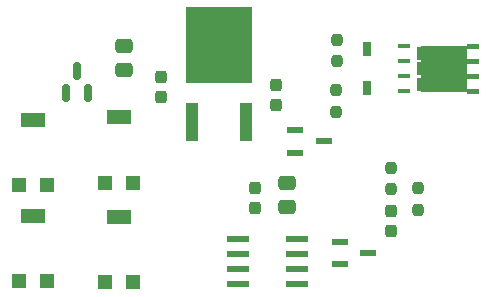
<source format=gbr>
%TF.GenerationSoftware,KiCad,Pcbnew,7.0.7*%
%TF.CreationDate,2023-11-19T15:36:35+03:00*%
%TF.ProjectId,Main_PCB_002,4d61696e-5f50-4434-925f-3030322e6b69,rev?*%
%TF.SameCoordinates,Original*%
%TF.FileFunction,Paste,Top*%
%TF.FilePolarity,Positive*%
%FSLAX46Y46*%
G04 Gerber Fmt 4.6, Leading zero omitted, Abs format (unit mm)*
G04 Created by KiCad (PCBNEW 7.0.7) date 2023-11-19 15:36:35*
%MOMM*%
%LPD*%
G01*
G04 APERTURE LIST*
G04 Aperture macros list*
%AMRoundRect*
0 Rectangle with rounded corners*
0 $1 Rounding radius*
0 $2 $3 $4 $5 $6 $7 $8 $9 X,Y pos of 4 corners*
0 Add a 4 corners polygon primitive as box body*
4,1,4,$2,$3,$4,$5,$6,$7,$8,$9,$2,$3,0*
0 Add four circle primitives for the rounded corners*
1,1,$1+$1,$2,$3*
1,1,$1+$1,$4,$5*
1,1,$1+$1,$6,$7*
1,1,$1+$1,$8,$9*
0 Add four rect primitives between the rounded corners*
20,1,$1+$1,$2,$3,$4,$5,0*
20,1,$1+$1,$4,$5,$6,$7,0*
20,1,$1+$1,$6,$7,$8,$9,0*
20,1,$1+$1,$8,$9,$2,$3,0*%
G04 Aperture macros list end*
%ADD10R,1.117600X3.302000*%
%ADD11R,5.689600X6.400800*%
%ADD12RoundRect,0.237500X0.237500X-0.300000X0.237500X0.300000X-0.237500X0.300000X-0.237500X-0.300000X0*%
%ADD13RoundRect,0.237500X-0.237500X0.250000X-0.237500X-0.250000X0.237500X-0.250000X0.237500X0.250000X0*%
%ADD14R,1.295400X1.295400*%
%ADD15R,2.006600X1.295400*%
%ADD16RoundRect,0.250000X0.475000X-0.337500X0.475000X0.337500X-0.475000X0.337500X-0.475000X-0.337500X0*%
%ADD17R,1.320800X0.558800*%
%ADD18R,1.981200X0.558800*%
%ADD19RoundRect,0.237500X-0.237500X0.300000X-0.237500X-0.300000X0.237500X-0.300000X0.237500X0.300000X0*%
%ADD20RoundRect,0.237500X0.237500X-0.287500X0.237500X0.287500X-0.237500X0.287500X-0.237500X-0.287500X0*%
%ADD21RoundRect,0.237500X0.237500X-0.250000X0.237500X0.250000X-0.237500X0.250000X-0.237500X-0.250000X0*%
%ADD22R,1.016000X0.406400*%
%ADD23R,0.762000X1.219200*%
%ADD24RoundRect,0.150000X0.150000X-0.587500X0.150000X0.587500X-0.150000X0.587500X-0.150000X-0.587500X0*%
G04 APERTURE END LIST*
%TO.C,U12*%
G36*
X163014567Y-101178267D02*
G01*
X161936100Y-101178267D01*
X161936100Y-100074400D01*
X163014567Y-100074400D01*
X163014567Y-101178267D01*
G37*
G36*
X163014567Y-102482134D02*
G01*
X161936100Y-102482134D01*
X161936100Y-101378266D01*
X163014567Y-101378266D01*
X163014567Y-102482134D01*
G37*
G36*
X163014567Y-103786000D02*
G01*
X161936100Y-103786000D01*
X161936100Y-102682133D01*
X163014567Y-102682133D01*
X163014567Y-103786000D01*
G37*
G36*
X164293034Y-101178267D02*
G01*
X163214566Y-101178267D01*
X163214566Y-100074400D01*
X164293034Y-100074400D01*
X164293034Y-101178267D01*
G37*
G36*
X164293034Y-102482134D02*
G01*
X163214566Y-102482134D01*
X163214566Y-101378266D01*
X164293034Y-101378266D01*
X164293034Y-102482134D01*
G37*
G36*
X164293034Y-103786000D02*
G01*
X163214566Y-103786000D01*
X163214566Y-102682133D01*
X164293034Y-102682133D01*
X164293034Y-103786000D01*
G37*
G36*
X165571500Y-101178267D02*
G01*
X164493033Y-101178267D01*
X164493033Y-100074400D01*
X165571500Y-100074400D01*
X165571500Y-101178267D01*
G37*
G36*
X165571500Y-102482134D02*
G01*
X164493033Y-102482134D01*
X164493033Y-101378266D01*
X165571500Y-101378266D01*
X165571500Y-102482134D01*
G37*
G36*
X165571500Y-103786000D02*
G01*
X164493033Y-103786000D01*
X164493033Y-102682133D01*
X165571500Y-102682133D01*
X165571500Y-103786000D01*
G37*
G36*
X167182800Y-100228400D02*
G01*
X166166800Y-100228400D01*
X166166800Y-101092000D01*
X167182800Y-101092000D01*
X167182800Y-101498400D01*
X166166800Y-101498400D01*
X166166800Y-102362000D01*
X167182800Y-102362000D01*
X167182800Y-102768400D01*
X166166800Y-102768400D01*
X166166800Y-103632000D01*
X167182800Y-103632000D01*
X167182800Y-104038400D01*
X166166800Y-104038400D01*
X166166800Y-103886000D01*
X162331400Y-103886000D01*
X162331400Y-99974400D01*
X166166800Y-99974400D01*
X166166800Y-99822000D01*
X167182800Y-99822000D01*
X167182800Y-100228400D01*
G37*
%TD*%
D10*
%TO.C,U8*%
X142875000Y-106438700D03*
D11*
X145161000Y-99885500D03*
D10*
X147447000Y-106438700D03*
%TD*%
D12*
%TO.C,C24*%
X148259800Y-113693200D03*
X148259800Y-111968200D03*
%TD*%
D13*
%TO.C,R24*%
X155168600Y-99442900D03*
X155168600Y-101267900D03*
%TD*%
D14*
%TO.C,R18*%
X130632200Y-111760000D03*
D15*
X129463800Y-106222800D03*
D14*
X128295400Y-111760000D03*
%TD*%
D16*
%TO.C,C23*%
X137185400Y-102027900D03*
X137185400Y-99952900D03*
%TD*%
D13*
%TO.C,R22*%
X155143200Y-103710100D03*
X155143200Y-105535100D03*
%TD*%
D17*
%TO.C,U13*%
X151663400Y-107111800D03*
X151663400Y-109016800D03*
X154051000Y-108064300D03*
%TD*%
D14*
%TO.C,R19*%
X130632200Y-119888000D03*
D15*
X129463800Y-114350800D03*
D14*
X128295400Y-119888000D03*
%TD*%
D18*
%TO.C,U7*%
X151765000Y-120142000D03*
X151765000Y-118872000D03*
X151765000Y-117602000D03*
X151765000Y-116332000D03*
X146837400Y-116332000D03*
X146837400Y-117602000D03*
X146837400Y-118872000D03*
X146837400Y-120142000D03*
%TD*%
D19*
%TO.C,C22*%
X140284200Y-102592800D03*
X140284200Y-104317800D03*
%TD*%
D16*
%TO.C,C25*%
X150926800Y-113639600D03*
X150926800Y-111564600D03*
%TD*%
D14*
%TO.C,R20*%
X137922000Y-119989600D03*
D15*
X136753600Y-114452400D03*
D14*
X135585200Y-119989600D03*
%TD*%
D20*
%TO.C,D21*%
X159791400Y-115669000D03*
X159791400Y-113919000D03*
%TD*%
D21*
%TO.C,R23*%
X159791400Y-112123200D03*
X159791400Y-110298200D03*
%TD*%
D17*
%TO.C,U14*%
X155448000Y-116560600D03*
X155448000Y-118465600D03*
X157835600Y-117513100D03*
%TD*%
D21*
%TO.C,R25*%
X162026600Y-113872000D03*
X162026600Y-112047000D03*
%TD*%
D22*
%TO.C,U12*%
X160832800Y-100025200D03*
X160832800Y-101295200D03*
X160832800Y-102565200D03*
X160832800Y-103835200D03*
X166674800Y-103835200D03*
X166674800Y-102565200D03*
X166674800Y-101295200D03*
X166674800Y-100025200D03*
%TD*%
D14*
%TO.C,R21*%
X137922000Y-111556800D03*
D15*
X136753600Y-106019600D03*
D14*
X135585200Y-111556800D03*
%TD*%
D23*
%TO.C,U11*%
X157734000Y-103581200D03*
X157734000Y-100228400D03*
%TD*%
D12*
%TO.C,C21*%
X150063200Y-105003600D03*
X150063200Y-103278600D03*
%TD*%
D24*
%TO.C,D20*%
X132212000Y-103962200D03*
X134112000Y-103962200D03*
X133162000Y-102087200D03*
%TD*%
M02*

</source>
